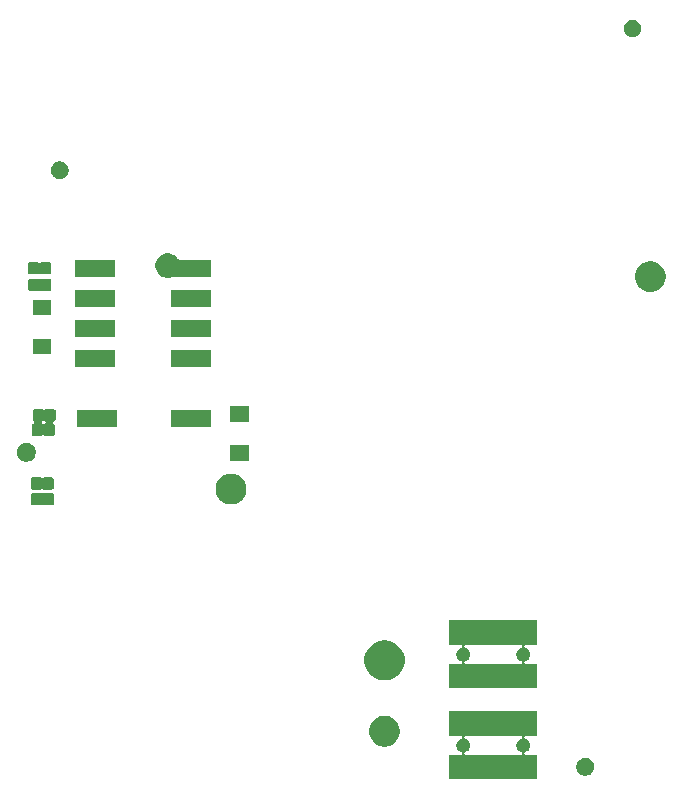
<source format=gbr>
G04 #@! TF.GenerationSoftware,KiCad,Pcbnew,5.1.6+dfsg1-1~bpo10+1*
G04 #@! TF.CreationDate,2021-06-19T16:41:40-04:00*
G04 #@! TF.ProjectId,RUSP_Daughterboard,52555350-5f44-4617-9567-68746572626f,rev?*
G04 #@! TF.SameCoordinates,Original*
G04 #@! TF.FileFunction,Soldermask,Bot*
G04 #@! TF.FilePolarity,Negative*
%FSLAX46Y46*%
G04 Gerber Fmt 4.6, Leading zero omitted, Abs format (unit mm)*
G04 Created by KiCad (PCBNEW 5.1.6+dfsg1-1~bpo10+1) date 2021-06-19 16:41:40*
%MOMM*%
%LPD*%
G01*
G04 APERTURE LIST*
%ADD10C,0.100000*%
G04 APERTURE END LIST*
D10*
G36*
X166945000Y-134397500D02*
G01*
X165946619Y-134397500D01*
X165922233Y-134399902D01*
X165898784Y-134407015D01*
X165877173Y-134418566D01*
X165858231Y-134434111D01*
X165842686Y-134453053D01*
X165831135Y-134474664D01*
X165824022Y-134498113D01*
X165821620Y-134522499D01*
X165824022Y-134546885D01*
X165831135Y-134570334D01*
X165842686Y-134591945D01*
X165858231Y-134610887D01*
X165877173Y-134626432D01*
X165898784Y-134637983D01*
X165909179Y-134642289D01*
X165909180Y-134642289D01*
X166014733Y-134686011D01*
X166109728Y-134749485D01*
X166190515Y-134830272D01*
X166253989Y-134925267D01*
X166297711Y-135030820D01*
X166320000Y-135142875D01*
X166320000Y-135257125D01*
X166297711Y-135369180D01*
X166253989Y-135474733D01*
X166190515Y-135569728D01*
X166109728Y-135650515D01*
X166014733Y-135713989D01*
X166014732Y-135713990D01*
X166014731Y-135713990D01*
X165898784Y-135762017D01*
X165877173Y-135773568D01*
X165858231Y-135789113D01*
X165842686Y-135808055D01*
X165831135Y-135829666D01*
X165824022Y-135853115D01*
X165821620Y-135877501D01*
X165824022Y-135901887D01*
X165831135Y-135925336D01*
X165842686Y-135946947D01*
X165858231Y-135965889D01*
X165877173Y-135981434D01*
X165898784Y-135992985D01*
X165922233Y-136000098D01*
X165946619Y-136002500D01*
X166945000Y-136002500D01*
X166945000Y-138077500D01*
X159455000Y-138077500D01*
X159455000Y-136002500D01*
X160453381Y-136002500D01*
X160477767Y-136000098D01*
X160501216Y-135992985D01*
X160522827Y-135981434D01*
X160541769Y-135965889D01*
X160557314Y-135946947D01*
X160568865Y-135925336D01*
X160575978Y-135901887D01*
X160578380Y-135877501D01*
X160575978Y-135853115D01*
X160568865Y-135829666D01*
X160557314Y-135808055D01*
X160541769Y-135789113D01*
X160522827Y-135773568D01*
X160501216Y-135762017D01*
X160385269Y-135713990D01*
X160385268Y-135713990D01*
X160385267Y-135713989D01*
X160290272Y-135650515D01*
X160209485Y-135569728D01*
X160146011Y-135474733D01*
X160102289Y-135369180D01*
X160080000Y-135257125D01*
X160080000Y-135142875D01*
X160102289Y-135030820D01*
X160146011Y-134925267D01*
X160209485Y-134830272D01*
X160290272Y-134749485D01*
X160385267Y-134686011D01*
X160490820Y-134642289D01*
X160490821Y-134642289D01*
X160501216Y-134637983D01*
X160522827Y-134626432D01*
X160541769Y-134610887D01*
X160557314Y-134591945D01*
X160568865Y-134570334D01*
X160575978Y-134546885D01*
X160578380Y-134522499D01*
X160741620Y-134522499D01*
X160744022Y-134546885D01*
X160751135Y-134570334D01*
X160762686Y-134591945D01*
X160778231Y-134610887D01*
X160797173Y-134626432D01*
X160818784Y-134637983D01*
X160829179Y-134642289D01*
X160829180Y-134642289D01*
X160934733Y-134686011D01*
X161029728Y-134749485D01*
X161110515Y-134830272D01*
X161173989Y-134925267D01*
X161217711Y-135030820D01*
X161240000Y-135142875D01*
X161240000Y-135257125D01*
X161217711Y-135369180D01*
X161173989Y-135474733D01*
X161110515Y-135569728D01*
X161029728Y-135650515D01*
X160934733Y-135713989D01*
X160934732Y-135713990D01*
X160934731Y-135713990D01*
X160818784Y-135762017D01*
X160797173Y-135773568D01*
X160778231Y-135789113D01*
X160762686Y-135808055D01*
X160751135Y-135829666D01*
X160744022Y-135853115D01*
X160741620Y-135877501D01*
X160744022Y-135901887D01*
X160751135Y-135925336D01*
X160762686Y-135946947D01*
X160778231Y-135965889D01*
X160797173Y-135981434D01*
X160818784Y-135992985D01*
X160842233Y-136000098D01*
X160866619Y-136002500D01*
X165533381Y-136002500D01*
X165557767Y-136000098D01*
X165581216Y-135992985D01*
X165602827Y-135981434D01*
X165621769Y-135965889D01*
X165637314Y-135946947D01*
X165648865Y-135925336D01*
X165655978Y-135901887D01*
X165658380Y-135877501D01*
X165655978Y-135853115D01*
X165648865Y-135829666D01*
X165637314Y-135808055D01*
X165621769Y-135789113D01*
X165602827Y-135773568D01*
X165581216Y-135762017D01*
X165465269Y-135713990D01*
X165465268Y-135713990D01*
X165465267Y-135713989D01*
X165370272Y-135650515D01*
X165289485Y-135569728D01*
X165226011Y-135474733D01*
X165182289Y-135369180D01*
X165160000Y-135257125D01*
X165160000Y-135142875D01*
X165182289Y-135030820D01*
X165226011Y-134925267D01*
X165289485Y-134830272D01*
X165370272Y-134749485D01*
X165465267Y-134686011D01*
X165570820Y-134642289D01*
X165570821Y-134642289D01*
X165581216Y-134637983D01*
X165602827Y-134626432D01*
X165621769Y-134610887D01*
X165637314Y-134591945D01*
X165648865Y-134570334D01*
X165655978Y-134546885D01*
X165658380Y-134522499D01*
X165655978Y-134498113D01*
X165648865Y-134474664D01*
X165637314Y-134453053D01*
X165621769Y-134434111D01*
X165602827Y-134418566D01*
X165581216Y-134407015D01*
X165557767Y-134399902D01*
X165533381Y-134397500D01*
X160866619Y-134397500D01*
X160842233Y-134399902D01*
X160818784Y-134407015D01*
X160797173Y-134418566D01*
X160778231Y-134434111D01*
X160762686Y-134453053D01*
X160751135Y-134474664D01*
X160744022Y-134498113D01*
X160741620Y-134522499D01*
X160578380Y-134522499D01*
X160575978Y-134498113D01*
X160568865Y-134474664D01*
X160557314Y-134453053D01*
X160541769Y-134434111D01*
X160522827Y-134418566D01*
X160501216Y-134407015D01*
X160477767Y-134399902D01*
X160453381Y-134397500D01*
X159455000Y-134397500D01*
X159455000Y-132322500D01*
X166945000Y-132322500D01*
X166945000Y-134397500D01*
G37*
G36*
X171218766Y-136278821D02*
G01*
X171355257Y-136335358D01*
X171478097Y-136417437D01*
X171582563Y-136521903D01*
X171664642Y-136644743D01*
X171721179Y-136781234D01*
X171750000Y-136926130D01*
X171750000Y-137073870D01*
X171721179Y-137218766D01*
X171664642Y-137355257D01*
X171582563Y-137478097D01*
X171478097Y-137582563D01*
X171355257Y-137664642D01*
X171218766Y-137721179D01*
X171073870Y-137750000D01*
X170926130Y-137750000D01*
X170781234Y-137721179D01*
X170644743Y-137664642D01*
X170521903Y-137582563D01*
X170417437Y-137478097D01*
X170335358Y-137355257D01*
X170278821Y-137218766D01*
X170250000Y-137073870D01*
X170250000Y-136926130D01*
X170278821Y-136781234D01*
X170335358Y-136644743D01*
X170417437Y-136521903D01*
X170521903Y-136417437D01*
X170644743Y-136335358D01*
X170781234Y-136278821D01*
X170926130Y-136250000D01*
X171073870Y-136250000D01*
X171218766Y-136278821D01*
G37*
G36*
X154253617Y-132724979D02*
G01*
X154379196Y-132749958D01*
X154615781Y-132847955D01*
X154828702Y-132990224D01*
X155009776Y-133171298D01*
X155152045Y-133384219D01*
X155250042Y-133620804D01*
X155300000Y-133871961D01*
X155300000Y-134128039D01*
X155250042Y-134379196D01*
X155152045Y-134615781D01*
X155009776Y-134828702D01*
X154828702Y-135009776D01*
X154615781Y-135152045D01*
X154379196Y-135250042D01*
X154253617Y-135275021D01*
X154128040Y-135300000D01*
X153871960Y-135300000D01*
X153746383Y-135275021D01*
X153620804Y-135250042D01*
X153384219Y-135152045D01*
X153171298Y-135009776D01*
X152990224Y-134828702D01*
X152847955Y-134615781D01*
X152749958Y-134379196D01*
X152700000Y-134128039D01*
X152700000Y-133871961D01*
X152749958Y-133620804D01*
X152847955Y-133384219D01*
X152990224Y-133171298D01*
X153171298Y-132990224D01*
X153384219Y-132847955D01*
X153620804Y-132749958D01*
X153746383Y-132724979D01*
X153871960Y-132700000D01*
X154128040Y-132700000D01*
X154253617Y-132724979D01*
G37*
G36*
X166945000Y-126697500D02*
G01*
X165946619Y-126697500D01*
X165922233Y-126699902D01*
X165898784Y-126707015D01*
X165877173Y-126718566D01*
X165858231Y-126734111D01*
X165842686Y-126753053D01*
X165831135Y-126774664D01*
X165824022Y-126798113D01*
X165821620Y-126822499D01*
X165824022Y-126846885D01*
X165831135Y-126870334D01*
X165842686Y-126891945D01*
X165858231Y-126910887D01*
X165877173Y-126926432D01*
X165898784Y-126937983D01*
X165909179Y-126942289D01*
X165909180Y-126942289D01*
X166014733Y-126986011D01*
X166109728Y-127049485D01*
X166190515Y-127130272D01*
X166253989Y-127225267D01*
X166297711Y-127330820D01*
X166320000Y-127442875D01*
X166320000Y-127557125D01*
X166297711Y-127669180D01*
X166253989Y-127774733D01*
X166190515Y-127869728D01*
X166109728Y-127950515D01*
X166014733Y-128013989D01*
X166014732Y-128013990D01*
X166014731Y-128013990D01*
X165898784Y-128062017D01*
X165877173Y-128073568D01*
X165858231Y-128089113D01*
X165842686Y-128108055D01*
X165831135Y-128129666D01*
X165824022Y-128153115D01*
X165821620Y-128177501D01*
X165824022Y-128201887D01*
X165831135Y-128225336D01*
X165842686Y-128246947D01*
X165858231Y-128265889D01*
X165877173Y-128281434D01*
X165898784Y-128292985D01*
X165922233Y-128300098D01*
X165946619Y-128302500D01*
X166945000Y-128302500D01*
X166945000Y-130377500D01*
X159455000Y-130377500D01*
X159455000Y-128302500D01*
X160453381Y-128302500D01*
X160477767Y-128300098D01*
X160501216Y-128292985D01*
X160522827Y-128281434D01*
X160541769Y-128265889D01*
X160557314Y-128246947D01*
X160568865Y-128225336D01*
X160575978Y-128201887D01*
X160578380Y-128177501D01*
X160575978Y-128153115D01*
X160568865Y-128129666D01*
X160557314Y-128108055D01*
X160541769Y-128089113D01*
X160522827Y-128073568D01*
X160501216Y-128062017D01*
X160385269Y-128013990D01*
X160385268Y-128013990D01*
X160385267Y-128013989D01*
X160290272Y-127950515D01*
X160209485Y-127869728D01*
X160146011Y-127774733D01*
X160102289Y-127669180D01*
X160080000Y-127557125D01*
X160080000Y-127442875D01*
X160102289Y-127330820D01*
X160146011Y-127225267D01*
X160209485Y-127130272D01*
X160290272Y-127049485D01*
X160385267Y-126986011D01*
X160490820Y-126942289D01*
X160490821Y-126942289D01*
X160501216Y-126937983D01*
X160522827Y-126926432D01*
X160541769Y-126910887D01*
X160557314Y-126891945D01*
X160568865Y-126870334D01*
X160575978Y-126846885D01*
X160578380Y-126822499D01*
X160741620Y-126822499D01*
X160744022Y-126846885D01*
X160751135Y-126870334D01*
X160762686Y-126891945D01*
X160778231Y-126910887D01*
X160797173Y-126926432D01*
X160818784Y-126937983D01*
X160829179Y-126942289D01*
X160829180Y-126942289D01*
X160934733Y-126986011D01*
X161029728Y-127049485D01*
X161110515Y-127130272D01*
X161173989Y-127225267D01*
X161217711Y-127330820D01*
X161240000Y-127442875D01*
X161240000Y-127557125D01*
X161217711Y-127669180D01*
X161173989Y-127774733D01*
X161110515Y-127869728D01*
X161029728Y-127950515D01*
X160934733Y-128013989D01*
X160934732Y-128013990D01*
X160934731Y-128013990D01*
X160818784Y-128062017D01*
X160797173Y-128073568D01*
X160778231Y-128089113D01*
X160762686Y-128108055D01*
X160751135Y-128129666D01*
X160744022Y-128153115D01*
X160741620Y-128177501D01*
X160744022Y-128201887D01*
X160751135Y-128225336D01*
X160762686Y-128246947D01*
X160778231Y-128265889D01*
X160797173Y-128281434D01*
X160818784Y-128292985D01*
X160842233Y-128300098D01*
X160866619Y-128302500D01*
X165533381Y-128302500D01*
X165557767Y-128300098D01*
X165581216Y-128292985D01*
X165602827Y-128281434D01*
X165621769Y-128265889D01*
X165637314Y-128246947D01*
X165648865Y-128225336D01*
X165655978Y-128201887D01*
X165658380Y-128177501D01*
X165655978Y-128153115D01*
X165648865Y-128129666D01*
X165637314Y-128108055D01*
X165621769Y-128089113D01*
X165602827Y-128073568D01*
X165581216Y-128062017D01*
X165465269Y-128013990D01*
X165465268Y-128013990D01*
X165465267Y-128013989D01*
X165370272Y-127950515D01*
X165289485Y-127869728D01*
X165226011Y-127774733D01*
X165182289Y-127669180D01*
X165160000Y-127557125D01*
X165160000Y-127442875D01*
X165182289Y-127330820D01*
X165226011Y-127225267D01*
X165289485Y-127130272D01*
X165370272Y-127049485D01*
X165465267Y-126986011D01*
X165570820Y-126942289D01*
X165570821Y-126942289D01*
X165581216Y-126937983D01*
X165602827Y-126926432D01*
X165621769Y-126910887D01*
X165637314Y-126891945D01*
X165648865Y-126870334D01*
X165655978Y-126846885D01*
X165658380Y-126822499D01*
X165655978Y-126798113D01*
X165648865Y-126774664D01*
X165637314Y-126753053D01*
X165621769Y-126734111D01*
X165602827Y-126718566D01*
X165581216Y-126707015D01*
X165557767Y-126699902D01*
X165533381Y-126697500D01*
X160866619Y-126697500D01*
X160842233Y-126699902D01*
X160818784Y-126707015D01*
X160797173Y-126718566D01*
X160778231Y-126734111D01*
X160762686Y-126753053D01*
X160751135Y-126774664D01*
X160744022Y-126798113D01*
X160741620Y-126822499D01*
X160578380Y-126822499D01*
X160575978Y-126798113D01*
X160568865Y-126774664D01*
X160557314Y-126753053D01*
X160541769Y-126734111D01*
X160522827Y-126718566D01*
X160501216Y-126707015D01*
X160477767Y-126699902D01*
X160453381Y-126697500D01*
X159455000Y-126697500D01*
X159455000Y-124622500D01*
X166945000Y-124622500D01*
X166945000Y-126697500D01*
G37*
G36*
X154331653Y-126332665D02*
G01*
X154495872Y-126365330D01*
X154805252Y-126493479D01*
X155083687Y-126679523D01*
X155320477Y-126916313D01*
X155506521Y-127194748D01*
X155634670Y-127504128D01*
X155700000Y-127832565D01*
X155700000Y-128167435D01*
X155634670Y-128495872D01*
X155506521Y-128805252D01*
X155320477Y-129083687D01*
X155083687Y-129320477D01*
X154805252Y-129506521D01*
X154495872Y-129634670D01*
X154331653Y-129667335D01*
X154167437Y-129700000D01*
X153832563Y-129700000D01*
X153668347Y-129667335D01*
X153504128Y-129634670D01*
X153194748Y-129506521D01*
X152916313Y-129320477D01*
X152679523Y-129083687D01*
X152493479Y-128805252D01*
X152365330Y-128495872D01*
X152300000Y-128167435D01*
X152300000Y-127832565D01*
X152365330Y-127504128D01*
X152493479Y-127194748D01*
X152679523Y-126916313D01*
X152916313Y-126679523D01*
X153194748Y-126493479D01*
X153504128Y-126365330D01*
X153668347Y-126332665D01*
X153832563Y-126300000D01*
X154167437Y-126300000D01*
X154331653Y-126332665D01*
G37*
G36*
X124885974Y-113834148D02*
G01*
X124920567Y-113844642D01*
X124960127Y-113865787D01*
X124966066Y-113869756D01*
X124988703Y-113879135D01*
X125012736Y-113883918D01*
X125037240Y-113883920D01*
X125061274Y-113879142D01*
X125083914Y-113869767D01*
X125089861Y-113865794D01*
X125129433Y-113844642D01*
X125164026Y-113834148D01*
X125206141Y-113830000D01*
X125813859Y-113830000D01*
X125855974Y-113834148D01*
X125890567Y-113844642D01*
X125922440Y-113861678D01*
X125950386Y-113884614D01*
X125973322Y-113912560D01*
X125990358Y-113944433D01*
X126000852Y-113979026D01*
X126005000Y-114021141D01*
X126005000Y-114678859D01*
X126000852Y-114720974D01*
X125990358Y-114755567D01*
X125973322Y-114787440D01*
X125950386Y-114815386D01*
X125922440Y-114838322D01*
X125890567Y-114855358D01*
X125855974Y-114865852D01*
X125813859Y-114870000D01*
X125206141Y-114870000D01*
X125164026Y-114865852D01*
X125129433Y-114855358D01*
X125089873Y-114834213D01*
X125083934Y-114830244D01*
X125061297Y-114820865D01*
X125037264Y-114816082D01*
X125012760Y-114816080D01*
X124988726Y-114820858D01*
X124966086Y-114830233D01*
X124960139Y-114834206D01*
X124920567Y-114855358D01*
X124885974Y-114865852D01*
X124843859Y-114870000D01*
X124236141Y-114870000D01*
X124194026Y-114865852D01*
X124159433Y-114855358D01*
X124127560Y-114838322D01*
X124099614Y-114815386D01*
X124076678Y-114787440D01*
X124059642Y-114755567D01*
X124049148Y-114720974D01*
X124045000Y-114678859D01*
X124045000Y-114021141D01*
X124049148Y-113979026D01*
X124059642Y-113944433D01*
X124076678Y-113912560D01*
X124099614Y-113884614D01*
X124127560Y-113861678D01*
X124159433Y-113844642D01*
X124194026Y-113834148D01*
X124236141Y-113830000D01*
X124843859Y-113830000D01*
X124885974Y-113834148D01*
G37*
G36*
X141253617Y-112224979D02*
G01*
X141379196Y-112249958D01*
X141615781Y-112347955D01*
X141828702Y-112490224D01*
X142009776Y-112671298D01*
X142152045Y-112884219D01*
X142250042Y-113120804D01*
X142300000Y-113371961D01*
X142300000Y-113628039D01*
X142250042Y-113879196D01*
X142152045Y-114115781D01*
X142009776Y-114328702D01*
X141828702Y-114509776D01*
X141615781Y-114652045D01*
X141379196Y-114750042D01*
X141329113Y-114760004D01*
X141128040Y-114800000D01*
X140871960Y-114800000D01*
X140670887Y-114760004D01*
X140620804Y-114750042D01*
X140384219Y-114652045D01*
X140171298Y-114509776D01*
X139990224Y-114328702D01*
X139847955Y-114115781D01*
X139749958Y-113879196D01*
X139700000Y-113628039D01*
X139700000Y-113371961D01*
X139749958Y-113120804D01*
X139847955Y-112884219D01*
X139990224Y-112671298D01*
X140171298Y-112490224D01*
X140384219Y-112347955D01*
X140620804Y-112249958D01*
X140746383Y-112224979D01*
X140871960Y-112200000D01*
X141128040Y-112200000D01*
X141253617Y-112224979D01*
G37*
G36*
X124875974Y-112509148D02*
G01*
X124910567Y-112519642D01*
X124950127Y-112540787D01*
X124956066Y-112544756D01*
X124978703Y-112554135D01*
X125002736Y-112558918D01*
X125027240Y-112558920D01*
X125051274Y-112554142D01*
X125073914Y-112544767D01*
X125079861Y-112540794D01*
X125119433Y-112519642D01*
X125154026Y-112509148D01*
X125196141Y-112505000D01*
X125803859Y-112505000D01*
X125845974Y-112509148D01*
X125880567Y-112519642D01*
X125912440Y-112536678D01*
X125940386Y-112559614D01*
X125963322Y-112587560D01*
X125980358Y-112619433D01*
X125990852Y-112654026D01*
X125995000Y-112696141D01*
X125995000Y-113353859D01*
X125990852Y-113395974D01*
X125980358Y-113430567D01*
X125963322Y-113462440D01*
X125940386Y-113490386D01*
X125912440Y-113513322D01*
X125880567Y-113530358D01*
X125845974Y-113540852D01*
X125803859Y-113545000D01*
X125196141Y-113545000D01*
X125154026Y-113540852D01*
X125119433Y-113530358D01*
X125079873Y-113509213D01*
X125073934Y-113505244D01*
X125051297Y-113495865D01*
X125027264Y-113491082D01*
X125002760Y-113491080D01*
X124978726Y-113495858D01*
X124956086Y-113505233D01*
X124950139Y-113509206D01*
X124910567Y-113530358D01*
X124875974Y-113540852D01*
X124833859Y-113545000D01*
X124226141Y-113545000D01*
X124184026Y-113540852D01*
X124149433Y-113530358D01*
X124117560Y-113513322D01*
X124089614Y-113490386D01*
X124066678Y-113462440D01*
X124049642Y-113430567D01*
X124039148Y-113395974D01*
X124035000Y-113353859D01*
X124035000Y-112696141D01*
X124039148Y-112654026D01*
X124049642Y-112619433D01*
X124066678Y-112587560D01*
X124089614Y-112559614D01*
X124117560Y-112536678D01*
X124149433Y-112519642D01*
X124184026Y-112509148D01*
X124226141Y-112505000D01*
X124833859Y-112505000D01*
X124875974Y-112509148D01*
G37*
G36*
X123903351Y-109610743D02*
G01*
X124048941Y-109671048D01*
X124179970Y-109758599D01*
X124291401Y-109870030D01*
X124378952Y-110001059D01*
X124439257Y-110146649D01*
X124470000Y-110301206D01*
X124470000Y-110458794D01*
X124439257Y-110613351D01*
X124378952Y-110758941D01*
X124291401Y-110889970D01*
X124179970Y-111001401D01*
X124048941Y-111088952D01*
X123903351Y-111149257D01*
X123748794Y-111180000D01*
X123591206Y-111180000D01*
X123436649Y-111149257D01*
X123291059Y-111088952D01*
X123160030Y-111001401D01*
X123048599Y-110889970D01*
X122961048Y-110758941D01*
X122900743Y-110613351D01*
X122870000Y-110458794D01*
X122870000Y-110301206D01*
X122900743Y-110146649D01*
X122961048Y-110001059D01*
X123048599Y-109870030D01*
X123160030Y-109758599D01*
X123291059Y-109671048D01*
X123436649Y-109610743D01*
X123591206Y-109580000D01*
X123748794Y-109580000D01*
X123903351Y-109610743D01*
G37*
G36*
X142500000Y-111100000D02*
G01*
X140900000Y-111100000D01*
X140900000Y-109800000D01*
X142500000Y-109800000D01*
X142500000Y-111100000D01*
G37*
G36*
X125050974Y-106734148D02*
G01*
X125085567Y-106744642D01*
X125125127Y-106765787D01*
X125131066Y-106769756D01*
X125153703Y-106779135D01*
X125177736Y-106783918D01*
X125202240Y-106783920D01*
X125226274Y-106779142D01*
X125248914Y-106769767D01*
X125254861Y-106765794D01*
X125294433Y-106744642D01*
X125329026Y-106734148D01*
X125371141Y-106730000D01*
X125978859Y-106730000D01*
X126020974Y-106734148D01*
X126055567Y-106744642D01*
X126087440Y-106761678D01*
X126115386Y-106784614D01*
X126138322Y-106812560D01*
X126155358Y-106844433D01*
X126165852Y-106879026D01*
X126170000Y-106921141D01*
X126170000Y-107578859D01*
X126165852Y-107620974D01*
X126155358Y-107655567D01*
X126138322Y-107687440D01*
X126115386Y-107715386D01*
X126087440Y-107738322D01*
X126055567Y-107755358D01*
X126031120Y-107762774D01*
X126008481Y-107772151D01*
X125988106Y-107785765D01*
X125970779Y-107803092D01*
X125957165Y-107823466D01*
X125947788Y-107846105D01*
X125943007Y-107870138D01*
X125943007Y-107894642D01*
X125947787Y-107918675D01*
X125957164Y-107941314D01*
X125970778Y-107961689D01*
X125988104Y-107979016D01*
X126025386Y-108009614D01*
X126048322Y-108037560D01*
X126065358Y-108069433D01*
X126075852Y-108104026D01*
X126080000Y-108146141D01*
X126080000Y-108803859D01*
X126075852Y-108845974D01*
X126065358Y-108880567D01*
X126048322Y-108912440D01*
X126025386Y-108940386D01*
X125997440Y-108963322D01*
X125965567Y-108980358D01*
X125930974Y-108990852D01*
X125888859Y-108995000D01*
X125281141Y-108995000D01*
X125239026Y-108990852D01*
X125204433Y-108980358D01*
X125164873Y-108959213D01*
X125158934Y-108955244D01*
X125136297Y-108945865D01*
X125112264Y-108941082D01*
X125087760Y-108941080D01*
X125063726Y-108945858D01*
X125041086Y-108955233D01*
X125035139Y-108959206D01*
X124995567Y-108980358D01*
X124960974Y-108990852D01*
X124918859Y-108995000D01*
X124311141Y-108995000D01*
X124269026Y-108990852D01*
X124234433Y-108980358D01*
X124202560Y-108963322D01*
X124174614Y-108940386D01*
X124151678Y-108912440D01*
X124134642Y-108880567D01*
X124124148Y-108845974D01*
X124120000Y-108803859D01*
X124120000Y-108146141D01*
X124124148Y-108104026D01*
X124134642Y-108069433D01*
X124151678Y-108037560D01*
X124174614Y-108009614D01*
X124202560Y-107986678D01*
X124234433Y-107969642D01*
X124258880Y-107962226D01*
X124281519Y-107952849D01*
X124301894Y-107939235D01*
X124319221Y-107921908D01*
X124332835Y-107901534D01*
X124342212Y-107878895D01*
X124343953Y-107870140D01*
X124973007Y-107870140D01*
X124973007Y-107894644D01*
X124977788Y-107918677D01*
X124987165Y-107941316D01*
X125000779Y-107961690D01*
X125018094Y-107979007D01*
X125020690Y-107981138D01*
X125041063Y-107994754D01*
X125063700Y-108004134D01*
X125087733Y-108008918D01*
X125112237Y-108008921D01*
X125136271Y-108004143D01*
X125158911Y-107994768D01*
X125164855Y-107990796D01*
X125168115Y-107989054D01*
X125188489Y-107975440D01*
X125193418Y-107970511D01*
X125217097Y-107965800D01*
X125228882Y-107962225D01*
X125251521Y-107952848D01*
X125271895Y-107939234D01*
X125289222Y-107921907D01*
X125302836Y-107901533D01*
X125312213Y-107878894D01*
X125316993Y-107854860D01*
X125316993Y-107830356D01*
X125312212Y-107806323D01*
X125302835Y-107783684D01*
X125289221Y-107763310D01*
X125271906Y-107745993D01*
X125269310Y-107743862D01*
X125248937Y-107730246D01*
X125226300Y-107720866D01*
X125202267Y-107716082D01*
X125177763Y-107716079D01*
X125153729Y-107720857D01*
X125131089Y-107730232D01*
X125125145Y-107734204D01*
X125121885Y-107735946D01*
X125101511Y-107749560D01*
X125096582Y-107754489D01*
X125072903Y-107759200D01*
X125061118Y-107762775D01*
X125038479Y-107772152D01*
X125018105Y-107785766D01*
X125000778Y-107803093D01*
X124987164Y-107823467D01*
X124977787Y-107846106D01*
X124973007Y-107870140D01*
X124343953Y-107870140D01*
X124346993Y-107854862D01*
X124346993Y-107830358D01*
X124342213Y-107806325D01*
X124332836Y-107783686D01*
X124319222Y-107763311D01*
X124301896Y-107745984D01*
X124264614Y-107715386D01*
X124241678Y-107687440D01*
X124224642Y-107655567D01*
X124214148Y-107620974D01*
X124210000Y-107578859D01*
X124210000Y-106921141D01*
X124214148Y-106879026D01*
X124224642Y-106844433D01*
X124241678Y-106812560D01*
X124264614Y-106784614D01*
X124292560Y-106761678D01*
X124324433Y-106744642D01*
X124359026Y-106734148D01*
X124401141Y-106730000D01*
X125008859Y-106730000D01*
X125050974Y-106734148D01*
G37*
G36*
X131330000Y-108285000D02*
G01*
X127930000Y-108285000D01*
X127930000Y-106775000D01*
X131330000Y-106775000D01*
X131330000Y-108285000D01*
G37*
G36*
X139330000Y-108285000D02*
G01*
X135930000Y-108285000D01*
X135930000Y-106775000D01*
X139330000Y-106775000D01*
X139330000Y-108285000D01*
G37*
G36*
X142500000Y-107800000D02*
G01*
X140900000Y-107800000D01*
X140900000Y-106500000D01*
X142500000Y-106500000D01*
X142500000Y-107800000D01*
G37*
G36*
X139330000Y-103205000D02*
G01*
X135930000Y-103205000D01*
X135930000Y-101695000D01*
X139330000Y-101695000D01*
X139330000Y-103205000D01*
G37*
G36*
X131202000Y-103205000D02*
G01*
X127802000Y-103205000D01*
X127802000Y-101695000D01*
X131202000Y-101695000D01*
X131202000Y-103205000D01*
G37*
G36*
X125800000Y-102100000D02*
G01*
X124200000Y-102100000D01*
X124200000Y-100800000D01*
X125800000Y-100800000D01*
X125800000Y-102100000D01*
G37*
G36*
X131202000Y-100665000D02*
G01*
X127802000Y-100665000D01*
X127802000Y-99155000D01*
X131202000Y-99155000D01*
X131202000Y-100665000D01*
G37*
G36*
X139330000Y-100665000D02*
G01*
X135930000Y-100665000D01*
X135930000Y-99155000D01*
X139330000Y-99155000D01*
X139330000Y-100665000D01*
G37*
G36*
X125800000Y-98800000D02*
G01*
X124200000Y-98800000D01*
X124200000Y-97500000D01*
X125800000Y-97500000D01*
X125800000Y-98800000D01*
G37*
G36*
X139330000Y-98125000D02*
G01*
X135930000Y-98125000D01*
X135930000Y-96615000D01*
X139330000Y-96615000D01*
X139330000Y-98125000D01*
G37*
G36*
X131202000Y-98125000D02*
G01*
X127802000Y-98125000D01*
X127802000Y-96615000D01*
X131202000Y-96615000D01*
X131202000Y-98125000D01*
G37*
G36*
X176879196Y-94249958D02*
G01*
X177115781Y-94347955D01*
X177328702Y-94490224D01*
X177509776Y-94671298D01*
X177652045Y-94884219D01*
X177750042Y-95120804D01*
X177800000Y-95371961D01*
X177800000Y-95628039D01*
X177750042Y-95879196D01*
X177652045Y-96115781D01*
X177509776Y-96328702D01*
X177328702Y-96509776D01*
X177115781Y-96652045D01*
X176879196Y-96750042D01*
X176753617Y-96775021D01*
X176628040Y-96800000D01*
X176371960Y-96800000D01*
X176246383Y-96775021D01*
X176120804Y-96750042D01*
X175884219Y-96652045D01*
X175671298Y-96509776D01*
X175490224Y-96328702D01*
X175347955Y-96115781D01*
X175249958Y-95879196D01*
X175200000Y-95628039D01*
X175200000Y-95371961D01*
X175249958Y-95120804D01*
X175347955Y-94884219D01*
X175490224Y-94671298D01*
X175671298Y-94490224D01*
X175884219Y-94347955D01*
X176120804Y-94249958D01*
X176371960Y-94200000D01*
X176628040Y-94200000D01*
X176879196Y-94249958D01*
G37*
G36*
X124660974Y-95684148D02*
G01*
X124695567Y-95694642D01*
X124735127Y-95715787D01*
X124741066Y-95719756D01*
X124763703Y-95729135D01*
X124787736Y-95733918D01*
X124812240Y-95733920D01*
X124836274Y-95729142D01*
X124858914Y-95719767D01*
X124864861Y-95715794D01*
X124904433Y-95694642D01*
X124939026Y-95684148D01*
X124981141Y-95680000D01*
X125588859Y-95680000D01*
X125630974Y-95684148D01*
X125665567Y-95694642D01*
X125697440Y-95711678D01*
X125725386Y-95734614D01*
X125748322Y-95762560D01*
X125765358Y-95794433D01*
X125775852Y-95829026D01*
X125780000Y-95871141D01*
X125780000Y-96528859D01*
X125775852Y-96570974D01*
X125765358Y-96605567D01*
X125748322Y-96637440D01*
X125725386Y-96665386D01*
X125697440Y-96688322D01*
X125665567Y-96705358D01*
X125630974Y-96715852D01*
X125588859Y-96720000D01*
X124981141Y-96720000D01*
X124939026Y-96715852D01*
X124904433Y-96705358D01*
X124864873Y-96684213D01*
X124858934Y-96680244D01*
X124836297Y-96670865D01*
X124812264Y-96666082D01*
X124787760Y-96666080D01*
X124763726Y-96670858D01*
X124741086Y-96680233D01*
X124735139Y-96684206D01*
X124695567Y-96705358D01*
X124660974Y-96715852D01*
X124618859Y-96720000D01*
X124011141Y-96720000D01*
X123969026Y-96715852D01*
X123934433Y-96705358D01*
X123902560Y-96688322D01*
X123874614Y-96665386D01*
X123851678Y-96637440D01*
X123834642Y-96605567D01*
X123824148Y-96570974D01*
X123820000Y-96528859D01*
X123820000Y-95871141D01*
X123824148Y-95829026D01*
X123834642Y-95794433D01*
X123851678Y-95762560D01*
X123874614Y-95734614D01*
X123902560Y-95711678D01*
X123934433Y-95694642D01*
X123969026Y-95684148D01*
X124011141Y-95680000D01*
X124618859Y-95680000D01*
X124660974Y-95684148D01*
G37*
G36*
X135773687Y-93530027D02*
G01*
X135951274Y-93565350D01*
X136142362Y-93644502D01*
X136314336Y-93759411D01*
X136460589Y-93905664D01*
X136536621Y-94019454D01*
X136552160Y-94038389D01*
X136571102Y-94053934D01*
X136592713Y-94065485D01*
X136616162Y-94072598D01*
X136640548Y-94075000D01*
X139330000Y-94075000D01*
X139330000Y-95585000D01*
X135961818Y-95585000D01*
X135937445Y-95587401D01*
X135773854Y-95619940D01*
X135748417Y-95625000D01*
X135541583Y-95625000D01*
X135516313Y-95619973D01*
X135338726Y-95584650D01*
X135147638Y-95505498D01*
X134975664Y-95390589D01*
X134829411Y-95244336D01*
X134714502Y-95072362D01*
X134635350Y-94881274D01*
X134595000Y-94678416D01*
X134595000Y-94471584D01*
X134635350Y-94268726D01*
X134714502Y-94077638D01*
X134829411Y-93905664D01*
X134975664Y-93759411D01*
X135147638Y-93644502D01*
X135338726Y-93565350D01*
X135516313Y-93530027D01*
X135541583Y-93525000D01*
X135748417Y-93525000D01*
X135773687Y-93530027D01*
G37*
G36*
X131202000Y-95585000D02*
G01*
X127802000Y-95585000D01*
X127802000Y-94075000D01*
X131202000Y-94075000D01*
X131202000Y-95585000D01*
G37*
G36*
X124660974Y-94284148D02*
G01*
X124695567Y-94294642D01*
X124735127Y-94315787D01*
X124741066Y-94319756D01*
X124763703Y-94329135D01*
X124787736Y-94333918D01*
X124812240Y-94333920D01*
X124836274Y-94329142D01*
X124858914Y-94319767D01*
X124864861Y-94315794D01*
X124904433Y-94294642D01*
X124939026Y-94284148D01*
X124981141Y-94280000D01*
X125588859Y-94280000D01*
X125630974Y-94284148D01*
X125665567Y-94294642D01*
X125697440Y-94311678D01*
X125725386Y-94334614D01*
X125748322Y-94362560D01*
X125765358Y-94394433D01*
X125775852Y-94429026D01*
X125780000Y-94471141D01*
X125780000Y-95128859D01*
X125775852Y-95170974D01*
X125765358Y-95205567D01*
X125748322Y-95237440D01*
X125725386Y-95265386D01*
X125697440Y-95288322D01*
X125665567Y-95305358D01*
X125630974Y-95315852D01*
X125588859Y-95320000D01*
X124981141Y-95320000D01*
X124939026Y-95315852D01*
X124904433Y-95305358D01*
X124864873Y-95284213D01*
X124858934Y-95280244D01*
X124836297Y-95270865D01*
X124812264Y-95266082D01*
X124787760Y-95266080D01*
X124763726Y-95270858D01*
X124741086Y-95280233D01*
X124735139Y-95284206D01*
X124695567Y-95305358D01*
X124660974Y-95315852D01*
X124618859Y-95320000D01*
X124011141Y-95320000D01*
X123969026Y-95315852D01*
X123934433Y-95305358D01*
X123902560Y-95288322D01*
X123874614Y-95265386D01*
X123851678Y-95237440D01*
X123834642Y-95205567D01*
X123824148Y-95170974D01*
X123820000Y-95128859D01*
X123820000Y-94471141D01*
X123824148Y-94429026D01*
X123834642Y-94394433D01*
X123851678Y-94362560D01*
X123874614Y-94334614D01*
X123902560Y-94311678D01*
X123934433Y-94294642D01*
X123969026Y-94284148D01*
X124011141Y-94280000D01*
X124618859Y-94280000D01*
X124660974Y-94284148D01*
G37*
G36*
X126718766Y-85778821D02*
G01*
X126855257Y-85835358D01*
X126978097Y-85917437D01*
X127082563Y-86021903D01*
X127164642Y-86144743D01*
X127221179Y-86281234D01*
X127250000Y-86426130D01*
X127250000Y-86573870D01*
X127221179Y-86718766D01*
X127164642Y-86855257D01*
X127082563Y-86978097D01*
X126978097Y-87082563D01*
X126855257Y-87164642D01*
X126718766Y-87221179D01*
X126573870Y-87250000D01*
X126426130Y-87250000D01*
X126281234Y-87221179D01*
X126144743Y-87164642D01*
X126021903Y-87082563D01*
X125917437Y-86978097D01*
X125835358Y-86855257D01*
X125778821Y-86718766D01*
X125750000Y-86573870D01*
X125750000Y-86426130D01*
X125778821Y-86281234D01*
X125835358Y-86144743D01*
X125917437Y-86021903D01*
X126021903Y-85917437D01*
X126144743Y-85835358D01*
X126281234Y-85778821D01*
X126426130Y-85750000D01*
X126573870Y-85750000D01*
X126718766Y-85778821D01*
G37*
G36*
X175218766Y-73778821D02*
G01*
X175355257Y-73835358D01*
X175478097Y-73917437D01*
X175582563Y-74021903D01*
X175664642Y-74144743D01*
X175721179Y-74281234D01*
X175750000Y-74426130D01*
X175750000Y-74573870D01*
X175721179Y-74718766D01*
X175664642Y-74855257D01*
X175582563Y-74978097D01*
X175478097Y-75082563D01*
X175355257Y-75164642D01*
X175218766Y-75221179D01*
X175073870Y-75250000D01*
X174926130Y-75250000D01*
X174781234Y-75221179D01*
X174644743Y-75164642D01*
X174521903Y-75082563D01*
X174417437Y-74978097D01*
X174335358Y-74855257D01*
X174278821Y-74718766D01*
X174250000Y-74573870D01*
X174250000Y-74426130D01*
X174278821Y-74281234D01*
X174335358Y-74144743D01*
X174417437Y-74021903D01*
X174521903Y-73917437D01*
X174644743Y-73835358D01*
X174781234Y-73778821D01*
X174926130Y-73750000D01*
X175073870Y-73750000D01*
X175218766Y-73778821D01*
G37*
M02*

</source>
